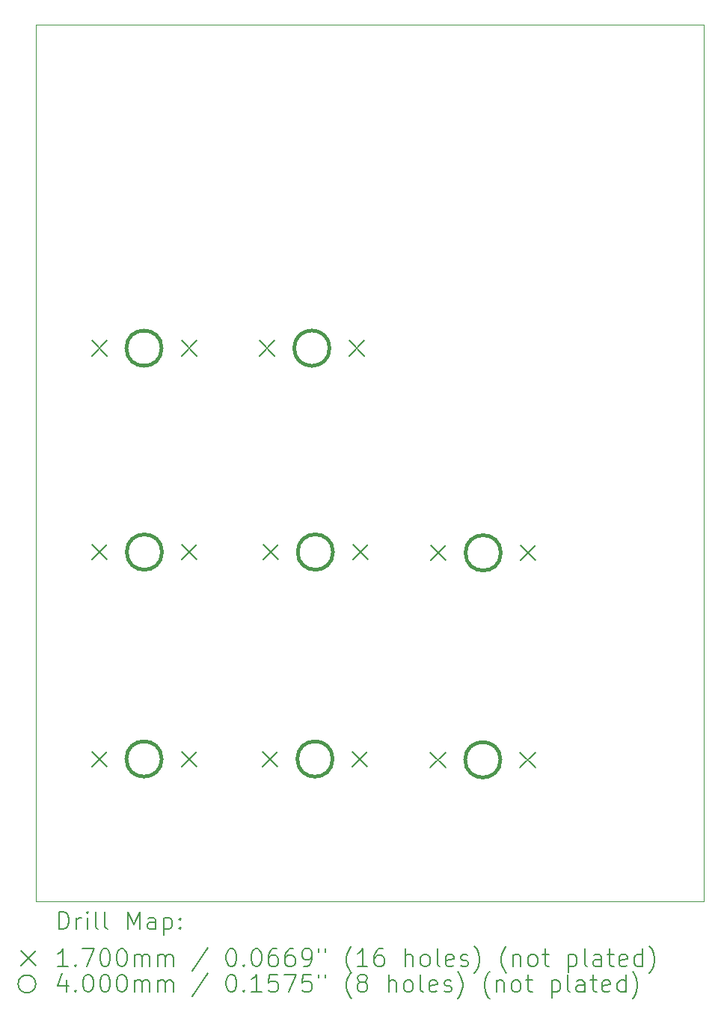
<source format=gbr>
%TF.GenerationSoftware,KiCad,Pcbnew,9.0.1*%
%TF.CreationDate,2025-06-18T17:33:09-04:00*%
%TF.ProjectId,chop up the soul kanye,63686f70-2075-4702-9074-686520736f75,rev?*%
%TF.SameCoordinates,Original*%
%TF.FileFunction,Drillmap*%
%TF.FilePolarity,Positive*%
%FSLAX45Y45*%
G04 Gerber Fmt 4.5, Leading zero omitted, Abs format (unit mm)*
G04 Created by KiCad (PCBNEW 9.0.1) date 2025-06-18 17:33:09*
%MOMM*%
%LPD*%
G01*
G04 APERTURE LIST*
%ADD10C,0.050000*%
%ADD11C,0.200000*%
%ADD12C,0.170000*%
%ADD13C,0.400000*%
G04 APERTURE END LIST*
D10*
X10968851Y-3936341D02*
X18531149Y-3936341D01*
X18531149Y-13863659D01*
X10968851Y-13863659D01*
X10968851Y-3936341D01*
D11*
D12*
X11599149Y-7515000D02*
X11769149Y-7685000D01*
X11769149Y-7515000D02*
X11599149Y-7685000D01*
X11599149Y-12165000D02*
X11769149Y-12335000D01*
X11769149Y-12165000D02*
X11599149Y-12335000D01*
X11603149Y-9823000D02*
X11773149Y-9993000D01*
X11773149Y-9823000D02*
X11603149Y-9993000D01*
X12615149Y-7515000D02*
X12785149Y-7685000D01*
X12785149Y-7515000D02*
X12615149Y-7685000D01*
X12615149Y-12165000D02*
X12785149Y-12335000D01*
X12785149Y-12165000D02*
X12615149Y-12335000D01*
X12619149Y-9823000D02*
X12789149Y-9993000D01*
X12789149Y-9823000D02*
X12619149Y-9993000D01*
X13499149Y-7515000D02*
X13669149Y-7685000D01*
X13669149Y-7515000D02*
X13499149Y-7685000D01*
X13534149Y-12165000D02*
X13704149Y-12335000D01*
X13704149Y-12165000D02*
X13534149Y-12335000D01*
X13538149Y-9823000D02*
X13708149Y-9993000D01*
X13708149Y-9823000D02*
X13538149Y-9993000D01*
X14515149Y-7515000D02*
X14685149Y-7685000D01*
X14685149Y-7515000D02*
X14515149Y-7685000D01*
X14550149Y-12165000D02*
X14720149Y-12335000D01*
X14720149Y-12165000D02*
X14550149Y-12335000D01*
X14554149Y-9823000D02*
X14724149Y-9993000D01*
X14724149Y-9823000D02*
X14554149Y-9993000D01*
X15434149Y-12174000D02*
X15604149Y-12344000D01*
X15604149Y-12174000D02*
X15434149Y-12344000D01*
X15438149Y-9832000D02*
X15608149Y-10002000D01*
X15608149Y-9832000D02*
X15438149Y-10002000D01*
X16450149Y-12174000D02*
X16620149Y-12344000D01*
X16620149Y-12174000D02*
X16450149Y-12344000D01*
X16454149Y-9832000D02*
X16624149Y-10002000D01*
X16624149Y-9832000D02*
X16454149Y-10002000D01*
D13*
X12392149Y-7600000D02*
G75*
G02*
X11992149Y-7600000I-200000J0D01*
G01*
X11992149Y-7600000D02*
G75*
G02*
X12392149Y-7600000I200000J0D01*
G01*
X12392149Y-12250000D02*
G75*
G02*
X11992149Y-12250000I-200000J0D01*
G01*
X11992149Y-12250000D02*
G75*
G02*
X12392149Y-12250000I200000J0D01*
G01*
X12396149Y-9908000D02*
G75*
G02*
X11996149Y-9908000I-200000J0D01*
G01*
X11996149Y-9908000D02*
G75*
G02*
X12396149Y-9908000I200000J0D01*
G01*
X14292149Y-7600000D02*
G75*
G02*
X13892149Y-7600000I-200000J0D01*
G01*
X13892149Y-7600000D02*
G75*
G02*
X14292149Y-7600000I200000J0D01*
G01*
X14327149Y-12250000D02*
G75*
G02*
X13927149Y-12250000I-200000J0D01*
G01*
X13927149Y-12250000D02*
G75*
G02*
X14327149Y-12250000I200000J0D01*
G01*
X14331149Y-9908000D02*
G75*
G02*
X13931149Y-9908000I-200000J0D01*
G01*
X13931149Y-9908000D02*
G75*
G02*
X14331149Y-9908000I200000J0D01*
G01*
X16227149Y-12259000D02*
G75*
G02*
X15827149Y-12259000I-200000J0D01*
G01*
X15827149Y-12259000D02*
G75*
G02*
X16227149Y-12259000I200000J0D01*
G01*
X16231149Y-9917000D02*
G75*
G02*
X15831149Y-9917000I-200000J0D01*
G01*
X15831149Y-9917000D02*
G75*
G02*
X16231149Y-9917000I200000J0D01*
G01*
D11*
X11227128Y-14177643D02*
X11227128Y-13977643D01*
X11227128Y-13977643D02*
X11274747Y-13977643D01*
X11274747Y-13977643D02*
X11303319Y-13987166D01*
X11303319Y-13987166D02*
X11322366Y-14006214D01*
X11322366Y-14006214D02*
X11331890Y-14025262D01*
X11331890Y-14025262D02*
X11341414Y-14063357D01*
X11341414Y-14063357D02*
X11341414Y-14091928D01*
X11341414Y-14091928D02*
X11331890Y-14130023D01*
X11331890Y-14130023D02*
X11322366Y-14149071D01*
X11322366Y-14149071D02*
X11303319Y-14168119D01*
X11303319Y-14168119D02*
X11274747Y-14177643D01*
X11274747Y-14177643D02*
X11227128Y-14177643D01*
X11427128Y-14177643D02*
X11427128Y-14044309D01*
X11427128Y-14082404D02*
X11436652Y-14063357D01*
X11436652Y-14063357D02*
X11446176Y-14053833D01*
X11446176Y-14053833D02*
X11465223Y-14044309D01*
X11465223Y-14044309D02*
X11484271Y-14044309D01*
X11550938Y-14177643D02*
X11550938Y-14044309D01*
X11550938Y-13977643D02*
X11541414Y-13987166D01*
X11541414Y-13987166D02*
X11550938Y-13996690D01*
X11550938Y-13996690D02*
X11560461Y-13987166D01*
X11560461Y-13987166D02*
X11550938Y-13977643D01*
X11550938Y-13977643D02*
X11550938Y-13996690D01*
X11674747Y-14177643D02*
X11655700Y-14168119D01*
X11655700Y-14168119D02*
X11646176Y-14149071D01*
X11646176Y-14149071D02*
X11646176Y-13977643D01*
X11779509Y-14177643D02*
X11760461Y-14168119D01*
X11760461Y-14168119D02*
X11750938Y-14149071D01*
X11750938Y-14149071D02*
X11750938Y-13977643D01*
X12008081Y-14177643D02*
X12008081Y-13977643D01*
X12008081Y-13977643D02*
X12074747Y-14120500D01*
X12074747Y-14120500D02*
X12141414Y-13977643D01*
X12141414Y-13977643D02*
X12141414Y-14177643D01*
X12322366Y-14177643D02*
X12322366Y-14072881D01*
X12322366Y-14072881D02*
X12312842Y-14053833D01*
X12312842Y-14053833D02*
X12293795Y-14044309D01*
X12293795Y-14044309D02*
X12255700Y-14044309D01*
X12255700Y-14044309D02*
X12236652Y-14053833D01*
X12322366Y-14168119D02*
X12303319Y-14177643D01*
X12303319Y-14177643D02*
X12255700Y-14177643D01*
X12255700Y-14177643D02*
X12236652Y-14168119D01*
X12236652Y-14168119D02*
X12227128Y-14149071D01*
X12227128Y-14149071D02*
X12227128Y-14130023D01*
X12227128Y-14130023D02*
X12236652Y-14110976D01*
X12236652Y-14110976D02*
X12255700Y-14101452D01*
X12255700Y-14101452D02*
X12303319Y-14101452D01*
X12303319Y-14101452D02*
X12322366Y-14091928D01*
X12417604Y-14044309D02*
X12417604Y-14244309D01*
X12417604Y-14053833D02*
X12436652Y-14044309D01*
X12436652Y-14044309D02*
X12474747Y-14044309D01*
X12474747Y-14044309D02*
X12493795Y-14053833D01*
X12493795Y-14053833D02*
X12503319Y-14063357D01*
X12503319Y-14063357D02*
X12512842Y-14082404D01*
X12512842Y-14082404D02*
X12512842Y-14139547D01*
X12512842Y-14139547D02*
X12503319Y-14158595D01*
X12503319Y-14158595D02*
X12493795Y-14168119D01*
X12493795Y-14168119D02*
X12474747Y-14177643D01*
X12474747Y-14177643D02*
X12436652Y-14177643D01*
X12436652Y-14177643D02*
X12417604Y-14168119D01*
X12598557Y-14158595D02*
X12608081Y-14168119D01*
X12608081Y-14168119D02*
X12598557Y-14177643D01*
X12598557Y-14177643D02*
X12589033Y-14168119D01*
X12589033Y-14168119D02*
X12598557Y-14158595D01*
X12598557Y-14158595D02*
X12598557Y-14177643D01*
X12598557Y-14053833D02*
X12608081Y-14063357D01*
X12608081Y-14063357D02*
X12598557Y-14072881D01*
X12598557Y-14072881D02*
X12589033Y-14063357D01*
X12589033Y-14063357D02*
X12598557Y-14053833D01*
X12598557Y-14053833D02*
X12598557Y-14072881D01*
D12*
X10796351Y-14421159D02*
X10966351Y-14591159D01*
X10966351Y-14421159D02*
X10796351Y-14591159D01*
D11*
X11331890Y-14597643D02*
X11217604Y-14597643D01*
X11274747Y-14597643D02*
X11274747Y-14397643D01*
X11274747Y-14397643D02*
X11255700Y-14426214D01*
X11255700Y-14426214D02*
X11236652Y-14445262D01*
X11236652Y-14445262D02*
X11217604Y-14454785D01*
X11417604Y-14578595D02*
X11427128Y-14588119D01*
X11427128Y-14588119D02*
X11417604Y-14597643D01*
X11417604Y-14597643D02*
X11408081Y-14588119D01*
X11408081Y-14588119D02*
X11417604Y-14578595D01*
X11417604Y-14578595D02*
X11417604Y-14597643D01*
X11493795Y-14397643D02*
X11627128Y-14397643D01*
X11627128Y-14397643D02*
X11541414Y-14597643D01*
X11741414Y-14397643D02*
X11760462Y-14397643D01*
X11760462Y-14397643D02*
X11779509Y-14407166D01*
X11779509Y-14407166D02*
X11789033Y-14416690D01*
X11789033Y-14416690D02*
X11798557Y-14435738D01*
X11798557Y-14435738D02*
X11808081Y-14473833D01*
X11808081Y-14473833D02*
X11808081Y-14521452D01*
X11808081Y-14521452D02*
X11798557Y-14559547D01*
X11798557Y-14559547D02*
X11789033Y-14578595D01*
X11789033Y-14578595D02*
X11779509Y-14588119D01*
X11779509Y-14588119D02*
X11760462Y-14597643D01*
X11760462Y-14597643D02*
X11741414Y-14597643D01*
X11741414Y-14597643D02*
X11722366Y-14588119D01*
X11722366Y-14588119D02*
X11712842Y-14578595D01*
X11712842Y-14578595D02*
X11703319Y-14559547D01*
X11703319Y-14559547D02*
X11693795Y-14521452D01*
X11693795Y-14521452D02*
X11693795Y-14473833D01*
X11693795Y-14473833D02*
X11703319Y-14435738D01*
X11703319Y-14435738D02*
X11712842Y-14416690D01*
X11712842Y-14416690D02*
X11722366Y-14407166D01*
X11722366Y-14407166D02*
X11741414Y-14397643D01*
X11931890Y-14397643D02*
X11950938Y-14397643D01*
X11950938Y-14397643D02*
X11969985Y-14407166D01*
X11969985Y-14407166D02*
X11979509Y-14416690D01*
X11979509Y-14416690D02*
X11989033Y-14435738D01*
X11989033Y-14435738D02*
X11998557Y-14473833D01*
X11998557Y-14473833D02*
X11998557Y-14521452D01*
X11998557Y-14521452D02*
X11989033Y-14559547D01*
X11989033Y-14559547D02*
X11979509Y-14578595D01*
X11979509Y-14578595D02*
X11969985Y-14588119D01*
X11969985Y-14588119D02*
X11950938Y-14597643D01*
X11950938Y-14597643D02*
X11931890Y-14597643D01*
X11931890Y-14597643D02*
X11912842Y-14588119D01*
X11912842Y-14588119D02*
X11903319Y-14578595D01*
X11903319Y-14578595D02*
X11893795Y-14559547D01*
X11893795Y-14559547D02*
X11884271Y-14521452D01*
X11884271Y-14521452D02*
X11884271Y-14473833D01*
X11884271Y-14473833D02*
X11893795Y-14435738D01*
X11893795Y-14435738D02*
X11903319Y-14416690D01*
X11903319Y-14416690D02*
X11912842Y-14407166D01*
X11912842Y-14407166D02*
X11931890Y-14397643D01*
X12084271Y-14597643D02*
X12084271Y-14464309D01*
X12084271Y-14483357D02*
X12093795Y-14473833D01*
X12093795Y-14473833D02*
X12112842Y-14464309D01*
X12112842Y-14464309D02*
X12141414Y-14464309D01*
X12141414Y-14464309D02*
X12160462Y-14473833D01*
X12160462Y-14473833D02*
X12169985Y-14492881D01*
X12169985Y-14492881D02*
X12169985Y-14597643D01*
X12169985Y-14492881D02*
X12179509Y-14473833D01*
X12179509Y-14473833D02*
X12198557Y-14464309D01*
X12198557Y-14464309D02*
X12227128Y-14464309D01*
X12227128Y-14464309D02*
X12246176Y-14473833D01*
X12246176Y-14473833D02*
X12255700Y-14492881D01*
X12255700Y-14492881D02*
X12255700Y-14597643D01*
X12350938Y-14597643D02*
X12350938Y-14464309D01*
X12350938Y-14483357D02*
X12360462Y-14473833D01*
X12360462Y-14473833D02*
X12379509Y-14464309D01*
X12379509Y-14464309D02*
X12408081Y-14464309D01*
X12408081Y-14464309D02*
X12427128Y-14473833D01*
X12427128Y-14473833D02*
X12436652Y-14492881D01*
X12436652Y-14492881D02*
X12436652Y-14597643D01*
X12436652Y-14492881D02*
X12446176Y-14473833D01*
X12446176Y-14473833D02*
X12465223Y-14464309D01*
X12465223Y-14464309D02*
X12493795Y-14464309D01*
X12493795Y-14464309D02*
X12512843Y-14473833D01*
X12512843Y-14473833D02*
X12522366Y-14492881D01*
X12522366Y-14492881D02*
X12522366Y-14597643D01*
X12912843Y-14388119D02*
X12741414Y-14645262D01*
X13169985Y-14397643D02*
X13189033Y-14397643D01*
X13189033Y-14397643D02*
X13208081Y-14407166D01*
X13208081Y-14407166D02*
X13217605Y-14416690D01*
X13217605Y-14416690D02*
X13227128Y-14435738D01*
X13227128Y-14435738D02*
X13236652Y-14473833D01*
X13236652Y-14473833D02*
X13236652Y-14521452D01*
X13236652Y-14521452D02*
X13227128Y-14559547D01*
X13227128Y-14559547D02*
X13217605Y-14578595D01*
X13217605Y-14578595D02*
X13208081Y-14588119D01*
X13208081Y-14588119D02*
X13189033Y-14597643D01*
X13189033Y-14597643D02*
X13169985Y-14597643D01*
X13169985Y-14597643D02*
X13150938Y-14588119D01*
X13150938Y-14588119D02*
X13141414Y-14578595D01*
X13141414Y-14578595D02*
X13131890Y-14559547D01*
X13131890Y-14559547D02*
X13122366Y-14521452D01*
X13122366Y-14521452D02*
X13122366Y-14473833D01*
X13122366Y-14473833D02*
X13131890Y-14435738D01*
X13131890Y-14435738D02*
X13141414Y-14416690D01*
X13141414Y-14416690D02*
X13150938Y-14407166D01*
X13150938Y-14407166D02*
X13169985Y-14397643D01*
X13322366Y-14578595D02*
X13331890Y-14588119D01*
X13331890Y-14588119D02*
X13322366Y-14597643D01*
X13322366Y-14597643D02*
X13312843Y-14588119D01*
X13312843Y-14588119D02*
X13322366Y-14578595D01*
X13322366Y-14578595D02*
X13322366Y-14597643D01*
X13455700Y-14397643D02*
X13474747Y-14397643D01*
X13474747Y-14397643D02*
X13493795Y-14407166D01*
X13493795Y-14407166D02*
X13503319Y-14416690D01*
X13503319Y-14416690D02*
X13512843Y-14435738D01*
X13512843Y-14435738D02*
X13522366Y-14473833D01*
X13522366Y-14473833D02*
X13522366Y-14521452D01*
X13522366Y-14521452D02*
X13512843Y-14559547D01*
X13512843Y-14559547D02*
X13503319Y-14578595D01*
X13503319Y-14578595D02*
X13493795Y-14588119D01*
X13493795Y-14588119D02*
X13474747Y-14597643D01*
X13474747Y-14597643D02*
X13455700Y-14597643D01*
X13455700Y-14597643D02*
X13436652Y-14588119D01*
X13436652Y-14588119D02*
X13427128Y-14578595D01*
X13427128Y-14578595D02*
X13417605Y-14559547D01*
X13417605Y-14559547D02*
X13408081Y-14521452D01*
X13408081Y-14521452D02*
X13408081Y-14473833D01*
X13408081Y-14473833D02*
X13417605Y-14435738D01*
X13417605Y-14435738D02*
X13427128Y-14416690D01*
X13427128Y-14416690D02*
X13436652Y-14407166D01*
X13436652Y-14407166D02*
X13455700Y-14397643D01*
X13693795Y-14397643D02*
X13655700Y-14397643D01*
X13655700Y-14397643D02*
X13636652Y-14407166D01*
X13636652Y-14407166D02*
X13627128Y-14416690D01*
X13627128Y-14416690D02*
X13608081Y-14445262D01*
X13608081Y-14445262D02*
X13598557Y-14483357D01*
X13598557Y-14483357D02*
X13598557Y-14559547D01*
X13598557Y-14559547D02*
X13608081Y-14578595D01*
X13608081Y-14578595D02*
X13617605Y-14588119D01*
X13617605Y-14588119D02*
X13636652Y-14597643D01*
X13636652Y-14597643D02*
X13674747Y-14597643D01*
X13674747Y-14597643D02*
X13693795Y-14588119D01*
X13693795Y-14588119D02*
X13703319Y-14578595D01*
X13703319Y-14578595D02*
X13712843Y-14559547D01*
X13712843Y-14559547D02*
X13712843Y-14511928D01*
X13712843Y-14511928D02*
X13703319Y-14492881D01*
X13703319Y-14492881D02*
X13693795Y-14483357D01*
X13693795Y-14483357D02*
X13674747Y-14473833D01*
X13674747Y-14473833D02*
X13636652Y-14473833D01*
X13636652Y-14473833D02*
X13617605Y-14483357D01*
X13617605Y-14483357D02*
X13608081Y-14492881D01*
X13608081Y-14492881D02*
X13598557Y-14511928D01*
X13884271Y-14397643D02*
X13846176Y-14397643D01*
X13846176Y-14397643D02*
X13827128Y-14407166D01*
X13827128Y-14407166D02*
X13817605Y-14416690D01*
X13817605Y-14416690D02*
X13798557Y-14445262D01*
X13798557Y-14445262D02*
X13789033Y-14483357D01*
X13789033Y-14483357D02*
X13789033Y-14559547D01*
X13789033Y-14559547D02*
X13798557Y-14578595D01*
X13798557Y-14578595D02*
X13808081Y-14588119D01*
X13808081Y-14588119D02*
X13827128Y-14597643D01*
X13827128Y-14597643D02*
X13865224Y-14597643D01*
X13865224Y-14597643D02*
X13884271Y-14588119D01*
X13884271Y-14588119D02*
X13893795Y-14578595D01*
X13893795Y-14578595D02*
X13903319Y-14559547D01*
X13903319Y-14559547D02*
X13903319Y-14511928D01*
X13903319Y-14511928D02*
X13893795Y-14492881D01*
X13893795Y-14492881D02*
X13884271Y-14483357D01*
X13884271Y-14483357D02*
X13865224Y-14473833D01*
X13865224Y-14473833D02*
X13827128Y-14473833D01*
X13827128Y-14473833D02*
X13808081Y-14483357D01*
X13808081Y-14483357D02*
X13798557Y-14492881D01*
X13798557Y-14492881D02*
X13789033Y-14511928D01*
X13998557Y-14597643D02*
X14036652Y-14597643D01*
X14036652Y-14597643D02*
X14055700Y-14588119D01*
X14055700Y-14588119D02*
X14065224Y-14578595D01*
X14065224Y-14578595D02*
X14084271Y-14550023D01*
X14084271Y-14550023D02*
X14093795Y-14511928D01*
X14093795Y-14511928D02*
X14093795Y-14435738D01*
X14093795Y-14435738D02*
X14084271Y-14416690D01*
X14084271Y-14416690D02*
X14074747Y-14407166D01*
X14074747Y-14407166D02*
X14055700Y-14397643D01*
X14055700Y-14397643D02*
X14017605Y-14397643D01*
X14017605Y-14397643D02*
X13998557Y-14407166D01*
X13998557Y-14407166D02*
X13989033Y-14416690D01*
X13989033Y-14416690D02*
X13979509Y-14435738D01*
X13979509Y-14435738D02*
X13979509Y-14483357D01*
X13979509Y-14483357D02*
X13989033Y-14502404D01*
X13989033Y-14502404D02*
X13998557Y-14511928D01*
X13998557Y-14511928D02*
X14017605Y-14521452D01*
X14017605Y-14521452D02*
X14055700Y-14521452D01*
X14055700Y-14521452D02*
X14074747Y-14511928D01*
X14074747Y-14511928D02*
X14084271Y-14502404D01*
X14084271Y-14502404D02*
X14093795Y-14483357D01*
X14169986Y-14397643D02*
X14169986Y-14435738D01*
X14246176Y-14397643D02*
X14246176Y-14435738D01*
X14541414Y-14673833D02*
X14531890Y-14664309D01*
X14531890Y-14664309D02*
X14512843Y-14635738D01*
X14512843Y-14635738D02*
X14503319Y-14616690D01*
X14503319Y-14616690D02*
X14493795Y-14588119D01*
X14493795Y-14588119D02*
X14484271Y-14540500D01*
X14484271Y-14540500D02*
X14484271Y-14502404D01*
X14484271Y-14502404D02*
X14493795Y-14454785D01*
X14493795Y-14454785D02*
X14503319Y-14426214D01*
X14503319Y-14426214D02*
X14512843Y-14407166D01*
X14512843Y-14407166D02*
X14531890Y-14378595D01*
X14531890Y-14378595D02*
X14541414Y-14369071D01*
X14722367Y-14597643D02*
X14608081Y-14597643D01*
X14665224Y-14597643D02*
X14665224Y-14397643D01*
X14665224Y-14397643D02*
X14646176Y-14426214D01*
X14646176Y-14426214D02*
X14627128Y-14445262D01*
X14627128Y-14445262D02*
X14608081Y-14454785D01*
X14893795Y-14397643D02*
X14855700Y-14397643D01*
X14855700Y-14397643D02*
X14836652Y-14407166D01*
X14836652Y-14407166D02*
X14827128Y-14416690D01*
X14827128Y-14416690D02*
X14808081Y-14445262D01*
X14808081Y-14445262D02*
X14798557Y-14483357D01*
X14798557Y-14483357D02*
X14798557Y-14559547D01*
X14798557Y-14559547D02*
X14808081Y-14578595D01*
X14808081Y-14578595D02*
X14817605Y-14588119D01*
X14817605Y-14588119D02*
X14836652Y-14597643D01*
X14836652Y-14597643D02*
X14874748Y-14597643D01*
X14874748Y-14597643D02*
X14893795Y-14588119D01*
X14893795Y-14588119D02*
X14903319Y-14578595D01*
X14903319Y-14578595D02*
X14912843Y-14559547D01*
X14912843Y-14559547D02*
X14912843Y-14511928D01*
X14912843Y-14511928D02*
X14903319Y-14492881D01*
X14903319Y-14492881D02*
X14893795Y-14483357D01*
X14893795Y-14483357D02*
X14874748Y-14473833D01*
X14874748Y-14473833D02*
X14836652Y-14473833D01*
X14836652Y-14473833D02*
X14817605Y-14483357D01*
X14817605Y-14483357D02*
X14808081Y-14492881D01*
X14808081Y-14492881D02*
X14798557Y-14511928D01*
X15150938Y-14597643D02*
X15150938Y-14397643D01*
X15236652Y-14597643D02*
X15236652Y-14492881D01*
X15236652Y-14492881D02*
X15227129Y-14473833D01*
X15227129Y-14473833D02*
X15208081Y-14464309D01*
X15208081Y-14464309D02*
X15179509Y-14464309D01*
X15179509Y-14464309D02*
X15160462Y-14473833D01*
X15160462Y-14473833D02*
X15150938Y-14483357D01*
X15360462Y-14597643D02*
X15341414Y-14588119D01*
X15341414Y-14588119D02*
X15331890Y-14578595D01*
X15331890Y-14578595D02*
X15322367Y-14559547D01*
X15322367Y-14559547D02*
X15322367Y-14502404D01*
X15322367Y-14502404D02*
X15331890Y-14483357D01*
X15331890Y-14483357D02*
X15341414Y-14473833D01*
X15341414Y-14473833D02*
X15360462Y-14464309D01*
X15360462Y-14464309D02*
X15389033Y-14464309D01*
X15389033Y-14464309D02*
X15408081Y-14473833D01*
X15408081Y-14473833D02*
X15417605Y-14483357D01*
X15417605Y-14483357D02*
X15427129Y-14502404D01*
X15427129Y-14502404D02*
X15427129Y-14559547D01*
X15427129Y-14559547D02*
X15417605Y-14578595D01*
X15417605Y-14578595D02*
X15408081Y-14588119D01*
X15408081Y-14588119D02*
X15389033Y-14597643D01*
X15389033Y-14597643D02*
X15360462Y-14597643D01*
X15541414Y-14597643D02*
X15522367Y-14588119D01*
X15522367Y-14588119D02*
X15512843Y-14569071D01*
X15512843Y-14569071D02*
X15512843Y-14397643D01*
X15693795Y-14588119D02*
X15674748Y-14597643D01*
X15674748Y-14597643D02*
X15636652Y-14597643D01*
X15636652Y-14597643D02*
X15617605Y-14588119D01*
X15617605Y-14588119D02*
X15608081Y-14569071D01*
X15608081Y-14569071D02*
X15608081Y-14492881D01*
X15608081Y-14492881D02*
X15617605Y-14473833D01*
X15617605Y-14473833D02*
X15636652Y-14464309D01*
X15636652Y-14464309D02*
X15674748Y-14464309D01*
X15674748Y-14464309D02*
X15693795Y-14473833D01*
X15693795Y-14473833D02*
X15703319Y-14492881D01*
X15703319Y-14492881D02*
X15703319Y-14511928D01*
X15703319Y-14511928D02*
X15608081Y-14530976D01*
X15779510Y-14588119D02*
X15798557Y-14597643D01*
X15798557Y-14597643D02*
X15836652Y-14597643D01*
X15836652Y-14597643D02*
X15855700Y-14588119D01*
X15855700Y-14588119D02*
X15865224Y-14569071D01*
X15865224Y-14569071D02*
X15865224Y-14559547D01*
X15865224Y-14559547D02*
X15855700Y-14540500D01*
X15855700Y-14540500D02*
X15836652Y-14530976D01*
X15836652Y-14530976D02*
X15808081Y-14530976D01*
X15808081Y-14530976D02*
X15789033Y-14521452D01*
X15789033Y-14521452D02*
X15779510Y-14502404D01*
X15779510Y-14502404D02*
X15779510Y-14492881D01*
X15779510Y-14492881D02*
X15789033Y-14473833D01*
X15789033Y-14473833D02*
X15808081Y-14464309D01*
X15808081Y-14464309D02*
X15836652Y-14464309D01*
X15836652Y-14464309D02*
X15855700Y-14473833D01*
X15931891Y-14673833D02*
X15941414Y-14664309D01*
X15941414Y-14664309D02*
X15960462Y-14635738D01*
X15960462Y-14635738D02*
X15969986Y-14616690D01*
X15969986Y-14616690D02*
X15979510Y-14588119D01*
X15979510Y-14588119D02*
X15989033Y-14540500D01*
X15989033Y-14540500D02*
X15989033Y-14502404D01*
X15989033Y-14502404D02*
X15979510Y-14454785D01*
X15979510Y-14454785D02*
X15969986Y-14426214D01*
X15969986Y-14426214D02*
X15960462Y-14407166D01*
X15960462Y-14407166D02*
X15941414Y-14378595D01*
X15941414Y-14378595D02*
X15931891Y-14369071D01*
X16293795Y-14673833D02*
X16284271Y-14664309D01*
X16284271Y-14664309D02*
X16265224Y-14635738D01*
X16265224Y-14635738D02*
X16255700Y-14616690D01*
X16255700Y-14616690D02*
X16246176Y-14588119D01*
X16246176Y-14588119D02*
X16236652Y-14540500D01*
X16236652Y-14540500D02*
X16236652Y-14502404D01*
X16236652Y-14502404D02*
X16246176Y-14454785D01*
X16246176Y-14454785D02*
X16255700Y-14426214D01*
X16255700Y-14426214D02*
X16265224Y-14407166D01*
X16265224Y-14407166D02*
X16284271Y-14378595D01*
X16284271Y-14378595D02*
X16293795Y-14369071D01*
X16369986Y-14464309D02*
X16369986Y-14597643D01*
X16369986Y-14483357D02*
X16379510Y-14473833D01*
X16379510Y-14473833D02*
X16398557Y-14464309D01*
X16398557Y-14464309D02*
X16427129Y-14464309D01*
X16427129Y-14464309D02*
X16446176Y-14473833D01*
X16446176Y-14473833D02*
X16455700Y-14492881D01*
X16455700Y-14492881D02*
X16455700Y-14597643D01*
X16579510Y-14597643D02*
X16560462Y-14588119D01*
X16560462Y-14588119D02*
X16550938Y-14578595D01*
X16550938Y-14578595D02*
X16541414Y-14559547D01*
X16541414Y-14559547D02*
X16541414Y-14502404D01*
X16541414Y-14502404D02*
X16550938Y-14483357D01*
X16550938Y-14483357D02*
X16560462Y-14473833D01*
X16560462Y-14473833D02*
X16579510Y-14464309D01*
X16579510Y-14464309D02*
X16608081Y-14464309D01*
X16608081Y-14464309D02*
X16627129Y-14473833D01*
X16627129Y-14473833D02*
X16636652Y-14483357D01*
X16636652Y-14483357D02*
X16646176Y-14502404D01*
X16646176Y-14502404D02*
X16646176Y-14559547D01*
X16646176Y-14559547D02*
X16636652Y-14578595D01*
X16636652Y-14578595D02*
X16627129Y-14588119D01*
X16627129Y-14588119D02*
X16608081Y-14597643D01*
X16608081Y-14597643D02*
X16579510Y-14597643D01*
X16703319Y-14464309D02*
X16779510Y-14464309D01*
X16731891Y-14397643D02*
X16731891Y-14569071D01*
X16731891Y-14569071D02*
X16741414Y-14588119D01*
X16741414Y-14588119D02*
X16760462Y-14597643D01*
X16760462Y-14597643D02*
X16779510Y-14597643D01*
X16998557Y-14464309D02*
X16998557Y-14664309D01*
X16998557Y-14473833D02*
X17017605Y-14464309D01*
X17017605Y-14464309D02*
X17055700Y-14464309D01*
X17055700Y-14464309D02*
X17074748Y-14473833D01*
X17074748Y-14473833D02*
X17084272Y-14483357D01*
X17084272Y-14483357D02*
X17093795Y-14502404D01*
X17093795Y-14502404D02*
X17093795Y-14559547D01*
X17093795Y-14559547D02*
X17084272Y-14578595D01*
X17084272Y-14578595D02*
X17074748Y-14588119D01*
X17074748Y-14588119D02*
X17055700Y-14597643D01*
X17055700Y-14597643D02*
X17017605Y-14597643D01*
X17017605Y-14597643D02*
X16998557Y-14588119D01*
X17208081Y-14597643D02*
X17189034Y-14588119D01*
X17189034Y-14588119D02*
X17179510Y-14569071D01*
X17179510Y-14569071D02*
X17179510Y-14397643D01*
X17369986Y-14597643D02*
X17369986Y-14492881D01*
X17369986Y-14492881D02*
X17360462Y-14473833D01*
X17360462Y-14473833D02*
X17341415Y-14464309D01*
X17341415Y-14464309D02*
X17303319Y-14464309D01*
X17303319Y-14464309D02*
X17284272Y-14473833D01*
X17369986Y-14588119D02*
X17350938Y-14597643D01*
X17350938Y-14597643D02*
X17303319Y-14597643D01*
X17303319Y-14597643D02*
X17284272Y-14588119D01*
X17284272Y-14588119D02*
X17274748Y-14569071D01*
X17274748Y-14569071D02*
X17274748Y-14550023D01*
X17274748Y-14550023D02*
X17284272Y-14530976D01*
X17284272Y-14530976D02*
X17303319Y-14521452D01*
X17303319Y-14521452D02*
X17350938Y-14521452D01*
X17350938Y-14521452D02*
X17369986Y-14511928D01*
X17436653Y-14464309D02*
X17512843Y-14464309D01*
X17465224Y-14397643D02*
X17465224Y-14569071D01*
X17465224Y-14569071D02*
X17474748Y-14588119D01*
X17474748Y-14588119D02*
X17493795Y-14597643D01*
X17493795Y-14597643D02*
X17512843Y-14597643D01*
X17655700Y-14588119D02*
X17636653Y-14597643D01*
X17636653Y-14597643D02*
X17598557Y-14597643D01*
X17598557Y-14597643D02*
X17579510Y-14588119D01*
X17579510Y-14588119D02*
X17569986Y-14569071D01*
X17569986Y-14569071D02*
X17569986Y-14492881D01*
X17569986Y-14492881D02*
X17579510Y-14473833D01*
X17579510Y-14473833D02*
X17598557Y-14464309D01*
X17598557Y-14464309D02*
X17636653Y-14464309D01*
X17636653Y-14464309D02*
X17655700Y-14473833D01*
X17655700Y-14473833D02*
X17665224Y-14492881D01*
X17665224Y-14492881D02*
X17665224Y-14511928D01*
X17665224Y-14511928D02*
X17569986Y-14530976D01*
X17836653Y-14597643D02*
X17836653Y-14397643D01*
X17836653Y-14588119D02*
X17817605Y-14597643D01*
X17817605Y-14597643D02*
X17779510Y-14597643D01*
X17779510Y-14597643D02*
X17760462Y-14588119D01*
X17760462Y-14588119D02*
X17750938Y-14578595D01*
X17750938Y-14578595D02*
X17741415Y-14559547D01*
X17741415Y-14559547D02*
X17741415Y-14502404D01*
X17741415Y-14502404D02*
X17750938Y-14483357D01*
X17750938Y-14483357D02*
X17760462Y-14473833D01*
X17760462Y-14473833D02*
X17779510Y-14464309D01*
X17779510Y-14464309D02*
X17817605Y-14464309D01*
X17817605Y-14464309D02*
X17836653Y-14473833D01*
X17912843Y-14673833D02*
X17922367Y-14664309D01*
X17922367Y-14664309D02*
X17941415Y-14635738D01*
X17941415Y-14635738D02*
X17950938Y-14616690D01*
X17950938Y-14616690D02*
X17960462Y-14588119D01*
X17960462Y-14588119D02*
X17969986Y-14540500D01*
X17969986Y-14540500D02*
X17969986Y-14502404D01*
X17969986Y-14502404D02*
X17960462Y-14454785D01*
X17960462Y-14454785D02*
X17950938Y-14426214D01*
X17950938Y-14426214D02*
X17941415Y-14407166D01*
X17941415Y-14407166D02*
X17922367Y-14378595D01*
X17922367Y-14378595D02*
X17912843Y-14369071D01*
X10966351Y-14796159D02*
G75*
G02*
X10766351Y-14796159I-100000J0D01*
G01*
X10766351Y-14796159D02*
G75*
G02*
X10966351Y-14796159I100000J0D01*
G01*
X11312842Y-14754309D02*
X11312842Y-14887643D01*
X11265223Y-14678119D02*
X11217604Y-14820976D01*
X11217604Y-14820976D02*
X11341414Y-14820976D01*
X11417604Y-14868595D02*
X11427128Y-14878119D01*
X11427128Y-14878119D02*
X11417604Y-14887643D01*
X11417604Y-14887643D02*
X11408081Y-14878119D01*
X11408081Y-14878119D02*
X11417604Y-14868595D01*
X11417604Y-14868595D02*
X11417604Y-14887643D01*
X11550938Y-14687643D02*
X11569985Y-14687643D01*
X11569985Y-14687643D02*
X11589033Y-14697166D01*
X11589033Y-14697166D02*
X11598557Y-14706690D01*
X11598557Y-14706690D02*
X11608081Y-14725738D01*
X11608081Y-14725738D02*
X11617604Y-14763833D01*
X11617604Y-14763833D02*
X11617604Y-14811452D01*
X11617604Y-14811452D02*
X11608081Y-14849547D01*
X11608081Y-14849547D02*
X11598557Y-14868595D01*
X11598557Y-14868595D02*
X11589033Y-14878119D01*
X11589033Y-14878119D02*
X11569985Y-14887643D01*
X11569985Y-14887643D02*
X11550938Y-14887643D01*
X11550938Y-14887643D02*
X11531890Y-14878119D01*
X11531890Y-14878119D02*
X11522366Y-14868595D01*
X11522366Y-14868595D02*
X11512842Y-14849547D01*
X11512842Y-14849547D02*
X11503319Y-14811452D01*
X11503319Y-14811452D02*
X11503319Y-14763833D01*
X11503319Y-14763833D02*
X11512842Y-14725738D01*
X11512842Y-14725738D02*
X11522366Y-14706690D01*
X11522366Y-14706690D02*
X11531890Y-14697166D01*
X11531890Y-14697166D02*
X11550938Y-14687643D01*
X11741414Y-14687643D02*
X11760462Y-14687643D01*
X11760462Y-14687643D02*
X11779509Y-14697166D01*
X11779509Y-14697166D02*
X11789033Y-14706690D01*
X11789033Y-14706690D02*
X11798557Y-14725738D01*
X11798557Y-14725738D02*
X11808081Y-14763833D01*
X11808081Y-14763833D02*
X11808081Y-14811452D01*
X11808081Y-14811452D02*
X11798557Y-14849547D01*
X11798557Y-14849547D02*
X11789033Y-14868595D01*
X11789033Y-14868595D02*
X11779509Y-14878119D01*
X11779509Y-14878119D02*
X11760462Y-14887643D01*
X11760462Y-14887643D02*
X11741414Y-14887643D01*
X11741414Y-14887643D02*
X11722366Y-14878119D01*
X11722366Y-14878119D02*
X11712842Y-14868595D01*
X11712842Y-14868595D02*
X11703319Y-14849547D01*
X11703319Y-14849547D02*
X11693795Y-14811452D01*
X11693795Y-14811452D02*
X11693795Y-14763833D01*
X11693795Y-14763833D02*
X11703319Y-14725738D01*
X11703319Y-14725738D02*
X11712842Y-14706690D01*
X11712842Y-14706690D02*
X11722366Y-14697166D01*
X11722366Y-14697166D02*
X11741414Y-14687643D01*
X11931890Y-14687643D02*
X11950938Y-14687643D01*
X11950938Y-14687643D02*
X11969985Y-14697166D01*
X11969985Y-14697166D02*
X11979509Y-14706690D01*
X11979509Y-14706690D02*
X11989033Y-14725738D01*
X11989033Y-14725738D02*
X11998557Y-14763833D01*
X11998557Y-14763833D02*
X11998557Y-14811452D01*
X11998557Y-14811452D02*
X11989033Y-14849547D01*
X11989033Y-14849547D02*
X11979509Y-14868595D01*
X11979509Y-14868595D02*
X11969985Y-14878119D01*
X11969985Y-14878119D02*
X11950938Y-14887643D01*
X11950938Y-14887643D02*
X11931890Y-14887643D01*
X11931890Y-14887643D02*
X11912842Y-14878119D01*
X11912842Y-14878119D02*
X11903319Y-14868595D01*
X11903319Y-14868595D02*
X11893795Y-14849547D01*
X11893795Y-14849547D02*
X11884271Y-14811452D01*
X11884271Y-14811452D02*
X11884271Y-14763833D01*
X11884271Y-14763833D02*
X11893795Y-14725738D01*
X11893795Y-14725738D02*
X11903319Y-14706690D01*
X11903319Y-14706690D02*
X11912842Y-14697166D01*
X11912842Y-14697166D02*
X11931890Y-14687643D01*
X12084271Y-14887643D02*
X12084271Y-14754309D01*
X12084271Y-14773357D02*
X12093795Y-14763833D01*
X12093795Y-14763833D02*
X12112842Y-14754309D01*
X12112842Y-14754309D02*
X12141414Y-14754309D01*
X12141414Y-14754309D02*
X12160462Y-14763833D01*
X12160462Y-14763833D02*
X12169985Y-14782881D01*
X12169985Y-14782881D02*
X12169985Y-14887643D01*
X12169985Y-14782881D02*
X12179509Y-14763833D01*
X12179509Y-14763833D02*
X12198557Y-14754309D01*
X12198557Y-14754309D02*
X12227128Y-14754309D01*
X12227128Y-14754309D02*
X12246176Y-14763833D01*
X12246176Y-14763833D02*
X12255700Y-14782881D01*
X12255700Y-14782881D02*
X12255700Y-14887643D01*
X12350938Y-14887643D02*
X12350938Y-14754309D01*
X12350938Y-14773357D02*
X12360462Y-14763833D01*
X12360462Y-14763833D02*
X12379509Y-14754309D01*
X12379509Y-14754309D02*
X12408081Y-14754309D01*
X12408081Y-14754309D02*
X12427128Y-14763833D01*
X12427128Y-14763833D02*
X12436652Y-14782881D01*
X12436652Y-14782881D02*
X12436652Y-14887643D01*
X12436652Y-14782881D02*
X12446176Y-14763833D01*
X12446176Y-14763833D02*
X12465223Y-14754309D01*
X12465223Y-14754309D02*
X12493795Y-14754309D01*
X12493795Y-14754309D02*
X12512843Y-14763833D01*
X12512843Y-14763833D02*
X12522366Y-14782881D01*
X12522366Y-14782881D02*
X12522366Y-14887643D01*
X12912843Y-14678119D02*
X12741414Y-14935262D01*
X13169985Y-14687643D02*
X13189033Y-14687643D01*
X13189033Y-14687643D02*
X13208081Y-14697166D01*
X13208081Y-14697166D02*
X13217605Y-14706690D01*
X13217605Y-14706690D02*
X13227128Y-14725738D01*
X13227128Y-14725738D02*
X13236652Y-14763833D01*
X13236652Y-14763833D02*
X13236652Y-14811452D01*
X13236652Y-14811452D02*
X13227128Y-14849547D01*
X13227128Y-14849547D02*
X13217605Y-14868595D01*
X13217605Y-14868595D02*
X13208081Y-14878119D01*
X13208081Y-14878119D02*
X13189033Y-14887643D01*
X13189033Y-14887643D02*
X13169985Y-14887643D01*
X13169985Y-14887643D02*
X13150938Y-14878119D01*
X13150938Y-14878119D02*
X13141414Y-14868595D01*
X13141414Y-14868595D02*
X13131890Y-14849547D01*
X13131890Y-14849547D02*
X13122366Y-14811452D01*
X13122366Y-14811452D02*
X13122366Y-14763833D01*
X13122366Y-14763833D02*
X13131890Y-14725738D01*
X13131890Y-14725738D02*
X13141414Y-14706690D01*
X13141414Y-14706690D02*
X13150938Y-14697166D01*
X13150938Y-14697166D02*
X13169985Y-14687643D01*
X13322366Y-14868595D02*
X13331890Y-14878119D01*
X13331890Y-14878119D02*
X13322366Y-14887643D01*
X13322366Y-14887643D02*
X13312843Y-14878119D01*
X13312843Y-14878119D02*
X13322366Y-14868595D01*
X13322366Y-14868595D02*
X13322366Y-14887643D01*
X13522366Y-14887643D02*
X13408081Y-14887643D01*
X13465224Y-14887643D02*
X13465224Y-14687643D01*
X13465224Y-14687643D02*
X13446176Y-14716214D01*
X13446176Y-14716214D02*
X13427128Y-14735262D01*
X13427128Y-14735262D02*
X13408081Y-14744785D01*
X13703319Y-14687643D02*
X13608081Y-14687643D01*
X13608081Y-14687643D02*
X13598557Y-14782881D01*
X13598557Y-14782881D02*
X13608081Y-14773357D01*
X13608081Y-14773357D02*
X13627128Y-14763833D01*
X13627128Y-14763833D02*
X13674747Y-14763833D01*
X13674747Y-14763833D02*
X13693795Y-14773357D01*
X13693795Y-14773357D02*
X13703319Y-14782881D01*
X13703319Y-14782881D02*
X13712843Y-14801928D01*
X13712843Y-14801928D02*
X13712843Y-14849547D01*
X13712843Y-14849547D02*
X13703319Y-14868595D01*
X13703319Y-14868595D02*
X13693795Y-14878119D01*
X13693795Y-14878119D02*
X13674747Y-14887643D01*
X13674747Y-14887643D02*
X13627128Y-14887643D01*
X13627128Y-14887643D02*
X13608081Y-14878119D01*
X13608081Y-14878119D02*
X13598557Y-14868595D01*
X13779509Y-14687643D02*
X13912843Y-14687643D01*
X13912843Y-14687643D02*
X13827128Y-14887643D01*
X14084271Y-14687643D02*
X13989033Y-14687643D01*
X13989033Y-14687643D02*
X13979509Y-14782881D01*
X13979509Y-14782881D02*
X13989033Y-14773357D01*
X13989033Y-14773357D02*
X14008081Y-14763833D01*
X14008081Y-14763833D02*
X14055700Y-14763833D01*
X14055700Y-14763833D02*
X14074747Y-14773357D01*
X14074747Y-14773357D02*
X14084271Y-14782881D01*
X14084271Y-14782881D02*
X14093795Y-14801928D01*
X14093795Y-14801928D02*
X14093795Y-14849547D01*
X14093795Y-14849547D02*
X14084271Y-14868595D01*
X14084271Y-14868595D02*
X14074747Y-14878119D01*
X14074747Y-14878119D02*
X14055700Y-14887643D01*
X14055700Y-14887643D02*
X14008081Y-14887643D01*
X14008081Y-14887643D02*
X13989033Y-14878119D01*
X13989033Y-14878119D02*
X13979509Y-14868595D01*
X14169986Y-14687643D02*
X14169986Y-14725738D01*
X14246176Y-14687643D02*
X14246176Y-14725738D01*
X14541414Y-14963833D02*
X14531890Y-14954309D01*
X14531890Y-14954309D02*
X14512843Y-14925738D01*
X14512843Y-14925738D02*
X14503319Y-14906690D01*
X14503319Y-14906690D02*
X14493795Y-14878119D01*
X14493795Y-14878119D02*
X14484271Y-14830500D01*
X14484271Y-14830500D02*
X14484271Y-14792404D01*
X14484271Y-14792404D02*
X14493795Y-14744785D01*
X14493795Y-14744785D02*
X14503319Y-14716214D01*
X14503319Y-14716214D02*
X14512843Y-14697166D01*
X14512843Y-14697166D02*
X14531890Y-14668595D01*
X14531890Y-14668595D02*
X14541414Y-14659071D01*
X14646176Y-14773357D02*
X14627128Y-14763833D01*
X14627128Y-14763833D02*
X14617605Y-14754309D01*
X14617605Y-14754309D02*
X14608081Y-14735262D01*
X14608081Y-14735262D02*
X14608081Y-14725738D01*
X14608081Y-14725738D02*
X14617605Y-14706690D01*
X14617605Y-14706690D02*
X14627128Y-14697166D01*
X14627128Y-14697166D02*
X14646176Y-14687643D01*
X14646176Y-14687643D02*
X14684271Y-14687643D01*
X14684271Y-14687643D02*
X14703319Y-14697166D01*
X14703319Y-14697166D02*
X14712843Y-14706690D01*
X14712843Y-14706690D02*
X14722367Y-14725738D01*
X14722367Y-14725738D02*
X14722367Y-14735262D01*
X14722367Y-14735262D02*
X14712843Y-14754309D01*
X14712843Y-14754309D02*
X14703319Y-14763833D01*
X14703319Y-14763833D02*
X14684271Y-14773357D01*
X14684271Y-14773357D02*
X14646176Y-14773357D01*
X14646176Y-14773357D02*
X14627128Y-14782881D01*
X14627128Y-14782881D02*
X14617605Y-14792404D01*
X14617605Y-14792404D02*
X14608081Y-14811452D01*
X14608081Y-14811452D02*
X14608081Y-14849547D01*
X14608081Y-14849547D02*
X14617605Y-14868595D01*
X14617605Y-14868595D02*
X14627128Y-14878119D01*
X14627128Y-14878119D02*
X14646176Y-14887643D01*
X14646176Y-14887643D02*
X14684271Y-14887643D01*
X14684271Y-14887643D02*
X14703319Y-14878119D01*
X14703319Y-14878119D02*
X14712843Y-14868595D01*
X14712843Y-14868595D02*
X14722367Y-14849547D01*
X14722367Y-14849547D02*
X14722367Y-14811452D01*
X14722367Y-14811452D02*
X14712843Y-14792404D01*
X14712843Y-14792404D02*
X14703319Y-14782881D01*
X14703319Y-14782881D02*
X14684271Y-14773357D01*
X14960462Y-14887643D02*
X14960462Y-14687643D01*
X15046176Y-14887643D02*
X15046176Y-14782881D01*
X15046176Y-14782881D02*
X15036652Y-14763833D01*
X15036652Y-14763833D02*
X15017605Y-14754309D01*
X15017605Y-14754309D02*
X14989033Y-14754309D01*
X14989033Y-14754309D02*
X14969986Y-14763833D01*
X14969986Y-14763833D02*
X14960462Y-14773357D01*
X15169986Y-14887643D02*
X15150938Y-14878119D01*
X15150938Y-14878119D02*
X15141414Y-14868595D01*
X15141414Y-14868595D02*
X15131890Y-14849547D01*
X15131890Y-14849547D02*
X15131890Y-14792404D01*
X15131890Y-14792404D02*
X15141414Y-14773357D01*
X15141414Y-14773357D02*
X15150938Y-14763833D01*
X15150938Y-14763833D02*
X15169986Y-14754309D01*
X15169986Y-14754309D02*
X15198557Y-14754309D01*
X15198557Y-14754309D02*
X15217605Y-14763833D01*
X15217605Y-14763833D02*
X15227129Y-14773357D01*
X15227129Y-14773357D02*
X15236652Y-14792404D01*
X15236652Y-14792404D02*
X15236652Y-14849547D01*
X15236652Y-14849547D02*
X15227129Y-14868595D01*
X15227129Y-14868595D02*
X15217605Y-14878119D01*
X15217605Y-14878119D02*
X15198557Y-14887643D01*
X15198557Y-14887643D02*
X15169986Y-14887643D01*
X15350938Y-14887643D02*
X15331890Y-14878119D01*
X15331890Y-14878119D02*
X15322367Y-14859071D01*
X15322367Y-14859071D02*
X15322367Y-14687643D01*
X15503319Y-14878119D02*
X15484271Y-14887643D01*
X15484271Y-14887643D02*
X15446176Y-14887643D01*
X15446176Y-14887643D02*
X15427129Y-14878119D01*
X15427129Y-14878119D02*
X15417605Y-14859071D01*
X15417605Y-14859071D02*
X15417605Y-14782881D01*
X15417605Y-14782881D02*
X15427129Y-14763833D01*
X15427129Y-14763833D02*
X15446176Y-14754309D01*
X15446176Y-14754309D02*
X15484271Y-14754309D01*
X15484271Y-14754309D02*
X15503319Y-14763833D01*
X15503319Y-14763833D02*
X15512843Y-14782881D01*
X15512843Y-14782881D02*
X15512843Y-14801928D01*
X15512843Y-14801928D02*
X15417605Y-14820976D01*
X15589033Y-14878119D02*
X15608081Y-14887643D01*
X15608081Y-14887643D02*
X15646176Y-14887643D01*
X15646176Y-14887643D02*
X15665224Y-14878119D01*
X15665224Y-14878119D02*
X15674748Y-14859071D01*
X15674748Y-14859071D02*
X15674748Y-14849547D01*
X15674748Y-14849547D02*
X15665224Y-14830500D01*
X15665224Y-14830500D02*
X15646176Y-14820976D01*
X15646176Y-14820976D02*
X15617605Y-14820976D01*
X15617605Y-14820976D02*
X15598557Y-14811452D01*
X15598557Y-14811452D02*
X15589033Y-14792404D01*
X15589033Y-14792404D02*
X15589033Y-14782881D01*
X15589033Y-14782881D02*
X15598557Y-14763833D01*
X15598557Y-14763833D02*
X15617605Y-14754309D01*
X15617605Y-14754309D02*
X15646176Y-14754309D01*
X15646176Y-14754309D02*
X15665224Y-14763833D01*
X15741414Y-14963833D02*
X15750938Y-14954309D01*
X15750938Y-14954309D02*
X15769986Y-14925738D01*
X15769986Y-14925738D02*
X15779510Y-14906690D01*
X15779510Y-14906690D02*
X15789033Y-14878119D01*
X15789033Y-14878119D02*
X15798557Y-14830500D01*
X15798557Y-14830500D02*
X15798557Y-14792404D01*
X15798557Y-14792404D02*
X15789033Y-14744785D01*
X15789033Y-14744785D02*
X15779510Y-14716214D01*
X15779510Y-14716214D02*
X15769986Y-14697166D01*
X15769986Y-14697166D02*
X15750938Y-14668595D01*
X15750938Y-14668595D02*
X15741414Y-14659071D01*
X16103319Y-14963833D02*
X16093795Y-14954309D01*
X16093795Y-14954309D02*
X16074748Y-14925738D01*
X16074748Y-14925738D02*
X16065224Y-14906690D01*
X16065224Y-14906690D02*
X16055700Y-14878119D01*
X16055700Y-14878119D02*
X16046176Y-14830500D01*
X16046176Y-14830500D02*
X16046176Y-14792404D01*
X16046176Y-14792404D02*
X16055700Y-14744785D01*
X16055700Y-14744785D02*
X16065224Y-14716214D01*
X16065224Y-14716214D02*
X16074748Y-14697166D01*
X16074748Y-14697166D02*
X16093795Y-14668595D01*
X16093795Y-14668595D02*
X16103319Y-14659071D01*
X16179510Y-14754309D02*
X16179510Y-14887643D01*
X16179510Y-14773357D02*
X16189033Y-14763833D01*
X16189033Y-14763833D02*
X16208081Y-14754309D01*
X16208081Y-14754309D02*
X16236652Y-14754309D01*
X16236652Y-14754309D02*
X16255700Y-14763833D01*
X16255700Y-14763833D02*
X16265224Y-14782881D01*
X16265224Y-14782881D02*
X16265224Y-14887643D01*
X16389033Y-14887643D02*
X16369986Y-14878119D01*
X16369986Y-14878119D02*
X16360462Y-14868595D01*
X16360462Y-14868595D02*
X16350938Y-14849547D01*
X16350938Y-14849547D02*
X16350938Y-14792404D01*
X16350938Y-14792404D02*
X16360462Y-14773357D01*
X16360462Y-14773357D02*
X16369986Y-14763833D01*
X16369986Y-14763833D02*
X16389033Y-14754309D01*
X16389033Y-14754309D02*
X16417605Y-14754309D01*
X16417605Y-14754309D02*
X16436652Y-14763833D01*
X16436652Y-14763833D02*
X16446176Y-14773357D01*
X16446176Y-14773357D02*
X16455700Y-14792404D01*
X16455700Y-14792404D02*
X16455700Y-14849547D01*
X16455700Y-14849547D02*
X16446176Y-14868595D01*
X16446176Y-14868595D02*
X16436652Y-14878119D01*
X16436652Y-14878119D02*
X16417605Y-14887643D01*
X16417605Y-14887643D02*
X16389033Y-14887643D01*
X16512843Y-14754309D02*
X16589033Y-14754309D01*
X16541414Y-14687643D02*
X16541414Y-14859071D01*
X16541414Y-14859071D02*
X16550938Y-14878119D01*
X16550938Y-14878119D02*
X16569986Y-14887643D01*
X16569986Y-14887643D02*
X16589033Y-14887643D01*
X16808081Y-14754309D02*
X16808081Y-14954309D01*
X16808081Y-14763833D02*
X16827129Y-14754309D01*
X16827129Y-14754309D02*
X16865224Y-14754309D01*
X16865224Y-14754309D02*
X16884272Y-14763833D01*
X16884272Y-14763833D02*
X16893795Y-14773357D01*
X16893795Y-14773357D02*
X16903319Y-14792404D01*
X16903319Y-14792404D02*
X16903319Y-14849547D01*
X16903319Y-14849547D02*
X16893795Y-14868595D01*
X16893795Y-14868595D02*
X16884272Y-14878119D01*
X16884272Y-14878119D02*
X16865224Y-14887643D01*
X16865224Y-14887643D02*
X16827129Y-14887643D01*
X16827129Y-14887643D02*
X16808081Y-14878119D01*
X17017605Y-14887643D02*
X16998557Y-14878119D01*
X16998557Y-14878119D02*
X16989034Y-14859071D01*
X16989034Y-14859071D02*
X16989034Y-14687643D01*
X17179510Y-14887643D02*
X17179510Y-14782881D01*
X17179510Y-14782881D02*
X17169986Y-14763833D01*
X17169986Y-14763833D02*
X17150938Y-14754309D01*
X17150938Y-14754309D02*
X17112843Y-14754309D01*
X17112843Y-14754309D02*
X17093795Y-14763833D01*
X17179510Y-14878119D02*
X17160462Y-14887643D01*
X17160462Y-14887643D02*
X17112843Y-14887643D01*
X17112843Y-14887643D02*
X17093795Y-14878119D01*
X17093795Y-14878119D02*
X17084272Y-14859071D01*
X17084272Y-14859071D02*
X17084272Y-14840023D01*
X17084272Y-14840023D02*
X17093795Y-14820976D01*
X17093795Y-14820976D02*
X17112843Y-14811452D01*
X17112843Y-14811452D02*
X17160462Y-14811452D01*
X17160462Y-14811452D02*
X17179510Y-14801928D01*
X17246176Y-14754309D02*
X17322367Y-14754309D01*
X17274748Y-14687643D02*
X17274748Y-14859071D01*
X17274748Y-14859071D02*
X17284272Y-14878119D01*
X17284272Y-14878119D02*
X17303319Y-14887643D01*
X17303319Y-14887643D02*
X17322367Y-14887643D01*
X17465224Y-14878119D02*
X17446176Y-14887643D01*
X17446176Y-14887643D02*
X17408081Y-14887643D01*
X17408081Y-14887643D02*
X17389034Y-14878119D01*
X17389034Y-14878119D02*
X17379510Y-14859071D01*
X17379510Y-14859071D02*
X17379510Y-14782881D01*
X17379510Y-14782881D02*
X17389034Y-14763833D01*
X17389034Y-14763833D02*
X17408081Y-14754309D01*
X17408081Y-14754309D02*
X17446176Y-14754309D01*
X17446176Y-14754309D02*
X17465224Y-14763833D01*
X17465224Y-14763833D02*
X17474748Y-14782881D01*
X17474748Y-14782881D02*
X17474748Y-14801928D01*
X17474748Y-14801928D02*
X17379510Y-14820976D01*
X17646176Y-14887643D02*
X17646176Y-14687643D01*
X17646176Y-14878119D02*
X17627129Y-14887643D01*
X17627129Y-14887643D02*
X17589034Y-14887643D01*
X17589034Y-14887643D02*
X17569986Y-14878119D01*
X17569986Y-14878119D02*
X17560462Y-14868595D01*
X17560462Y-14868595D02*
X17550938Y-14849547D01*
X17550938Y-14849547D02*
X17550938Y-14792404D01*
X17550938Y-14792404D02*
X17560462Y-14773357D01*
X17560462Y-14773357D02*
X17569986Y-14763833D01*
X17569986Y-14763833D02*
X17589034Y-14754309D01*
X17589034Y-14754309D02*
X17627129Y-14754309D01*
X17627129Y-14754309D02*
X17646176Y-14763833D01*
X17722367Y-14963833D02*
X17731891Y-14954309D01*
X17731891Y-14954309D02*
X17750938Y-14925738D01*
X17750938Y-14925738D02*
X17760462Y-14906690D01*
X17760462Y-14906690D02*
X17769986Y-14878119D01*
X17769986Y-14878119D02*
X17779510Y-14830500D01*
X17779510Y-14830500D02*
X17779510Y-14792404D01*
X17779510Y-14792404D02*
X17769986Y-14744785D01*
X17769986Y-14744785D02*
X17760462Y-14716214D01*
X17760462Y-14716214D02*
X17750938Y-14697166D01*
X17750938Y-14697166D02*
X17731891Y-14668595D01*
X17731891Y-14668595D02*
X17722367Y-14659071D01*
M02*

</source>
